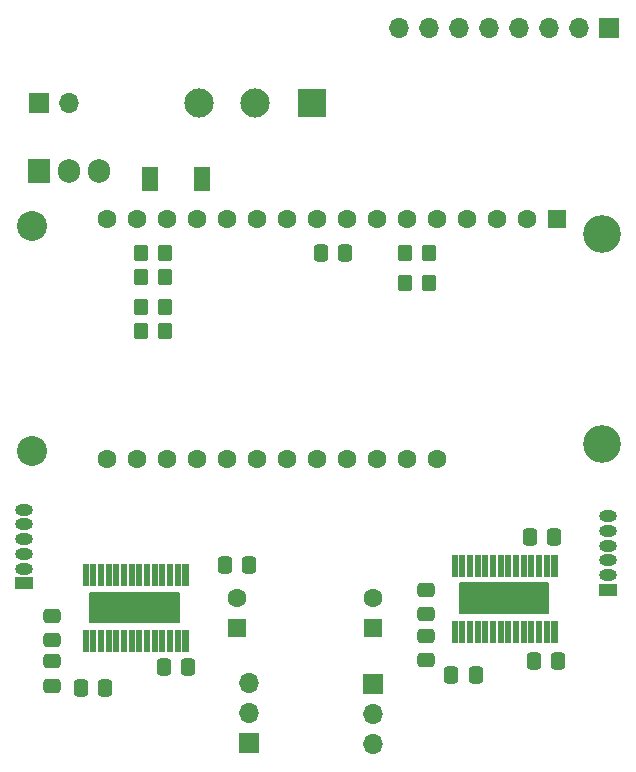
<source format=gbr>
%TF.GenerationSoftware,KiCad,Pcbnew,7.0.1*%
%TF.CreationDate,2023-04-02T16:12:04-04:00*%
%TF.ProjectId,board_v2,626f6172-645f-4763-922e-6b696361645f,rev?*%
%TF.SameCoordinates,Original*%
%TF.FileFunction,Soldermask,Top*%
%TF.FilePolarity,Negative*%
%FSLAX46Y46*%
G04 Gerber Fmt 4.6, Leading zero omitted, Abs format (unit mm)*
G04 Created by KiCad (PCBNEW 7.0.1) date 2023-04-02 16:12:04*
%MOMM*%
%LPD*%
G01*
G04 APERTURE LIST*
G04 Aperture macros list*
%AMRoundRect*
0 Rectangle with rounded corners*
0 $1 Rounding radius*
0 $2 $3 $4 $5 $6 $7 $8 $9 X,Y pos of 4 corners*
0 Add a 4 corners polygon primitive as box body*
4,1,4,$2,$3,$4,$5,$6,$7,$8,$9,$2,$3,0*
0 Add four circle primitives for the rounded corners*
1,1,$1+$1,$2,$3*
1,1,$1+$1,$4,$5*
1,1,$1+$1,$6,$7*
1,1,$1+$1,$8,$9*
0 Add four rect primitives between the rounded corners*
20,1,$1+$1,$2,$3,$4,$5,0*
20,1,$1+$1,$4,$5,$6,$7,0*
20,1,$1+$1,$6,$7,$8,$9,0*
20,1,$1+$1,$8,$9,$2,$3,0*%
G04 Aperture macros list end*
%ADD10C,0.150000*%
%ADD11C,0.010000*%
%ADD12RoundRect,0.250000X-0.337500X-0.475000X0.337500X-0.475000X0.337500X0.475000X-0.337500X0.475000X0*%
%ADD13R,1.600000X1.600000*%
%ADD14C,1.600000*%
%ADD15R,1.500000X1.000000*%
%ADD16O,1.500000X1.000000*%
%ADD17RoundRect,0.250000X0.350000X0.450000X-0.350000X0.450000X-0.350000X-0.450000X0.350000X-0.450000X0*%
%ADD18R,1.700000X1.700000*%
%ADD19O,1.700000X1.700000*%
%ADD20RoundRect,0.250000X0.337500X0.475000X-0.337500X0.475000X-0.337500X-0.475000X0.337500X-0.475000X0*%
%ADD21RoundRect,0.250000X-0.475000X0.337500X-0.475000X-0.337500X0.475000X-0.337500X0.475000X0.337500X0*%
%ADD22RoundRect,0.250000X-0.350000X-0.450000X0.350000X-0.450000X0.350000X0.450000X-0.350000X0.450000X0*%
%ADD23R,2.475000X2.475000*%
%ADD24C,2.475000*%
%ADD25R,1.400000X2.100000*%
%ADD26C,3.200000*%
%ADD27C,2.540000*%
%ADD28R,1.905000X2.000000*%
%ADD29O,1.905000X2.000000*%
G04 APERTURE END LIST*
D10*
X139755701Y-109226756D02*
X147265301Y-109226756D01*
X147265301Y-111704387D01*
X139755701Y-111704387D01*
X139755701Y-109226756D01*
G36*
X139755701Y-109226756D02*
G01*
X147265301Y-109226756D01*
X147265301Y-111704387D01*
X139755701Y-111704387D01*
X139755701Y-109226756D01*
G37*
X108467448Y-110011084D02*
X115977048Y-110011084D01*
X115977048Y-112488715D01*
X108467448Y-112488715D01*
X108467448Y-110011084D01*
G36*
X108467448Y-110011084D02*
G01*
X115977048Y-110011084D01*
X115977048Y-112488715D01*
X108467448Y-112488715D01*
X108467448Y-110011084D01*
G37*
%TO.C,U5*%
D11*
X113463000Y-109322000D02*
X113023000Y-109322000D01*
X113023000Y-107582000D01*
X113463000Y-107582000D01*
X113463000Y-109322000D01*
G36*
X113463000Y-109322000D02*
G01*
X113023000Y-109322000D01*
X113023000Y-107582000D01*
X113463000Y-107582000D01*
X113463000Y-109322000D01*
G37*
X108263000Y-114922000D02*
X107823000Y-114922000D01*
X107823000Y-113182000D01*
X108263000Y-113182000D01*
X108263000Y-114922000D01*
G36*
X108263000Y-114922000D02*
G01*
X107823000Y-114922000D01*
X107823000Y-113182000D01*
X108263000Y-113182000D01*
X108263000Y-114922000D01*
G37*
X108913000Y-109322000D02*
X108473000Y-109322000D01*
X108473000Y-107582000D01*
X108913000Y-107582000D01*
X108913000Y-109322000D01*
G36*
X108913000Y-109322000D02*
G01*
X108473000Y-109322000D01*
X108473000Y-107582000D01*
X108913000Y-107582000D01*
X108913000Y-109322000D01*
G37*
X112813000Y-109322000D02*
X112373000Y-109322000D01*
X112373000Y-107582000D01*
X112813000Y-107582000D01*
X112813000Y-109322000D01*
G36*
X112813000Y-109322000D02*
G01*
X112373000Y-109322000D01*
X112373000Y-107582000D01*
X112813000Y-107582000D01*
X112813000Y-109322000D01*
G37*
X110213000Y-109322000D02*
X109773000Y-109322000D01*
X109773000Y-107582000D01*
X110213000Y-107582000D01*
X110213000Y-109322000D01*
G36*
X110213000Y-109322000D02*
G01*
X109773000Y-109322000D01*
X109773000Y-107582000D01*
X110213000Y-107582000D01*
X110213000Y-109322000D01*
G37*
X114113000Y-109322000D02*
X113673000Y-109322000D01*
X113673000Y-107582000D01*
X114113000Y-107582000D01*
X114113000Y-109322000D01*
G36*
X114113000Y-109322000D02*
G01*
X113673000Y-109322000D01*
X113673000Y-107582000D01*
X114113000Y-107582000D01*
X114113000Y-109322000D01*
G37*
X110863000Y-114922000D02*
X110423000Y-114922000D01*
X110423000Y-113182000D01*
X110863000Y-113182000D01*
X110863000Y-114922000D01*
G36*
X110863000Y-114922000D02*
G01*
X110423000Y-114922000D01*
X110423000Y-113182000D01*
X110863000Y-113182000D01*
X110863000Y-114922000D01*
G37*
X110213000Y-114922000D02*
X109773000Y-114922000D01*
X109773000Y-113182000D01*
X110213000Y-113182000D01*
X110213000Y-114922000D01*
G36*
X110213000Y-114922000D02*
G01*
X109773000Y-114922000D01*
X109773000Y-113182000D01*
X110213000Y-113182000D01*
X110213000Y-114922000D01*
G37*
X116713000Y-109322000D02*
X116273000Y-109322000D01*
X116273000Y-107582000D01*
X116713000Y-107582000D01*
X116713000Y-109322000D01*
G36*
X116713000Y-109322000D02*
G01*
X116273000Y-109322000D01*
X116273000Y-107582000D01*
X116713000Y-107582000D01*
X116713000Y-109322000D01*
G37*
X109563000Y-109322000D02*
X109123000Y-109322000D01*
X109123000Y-107582000D01*
X109563000Y-107582000D01*
X109563000Y-109322000D01*
G36*
X109563000Y-109322000D02*
G01*
X109123000Y-109322000D01*
X109123000Y-107582000D01*
X109563000Y-107582000D01*
X109563000Y-109322000D01*
G37*
X112163000Y-109322000D02*
X111723000Y-109322000D01*
X111723000Y-107582000D01*
X112163000Y-107582000D01*
X112163000Y-109322000D01*
G36*
X112163000Y-109322000D02*
G01*
X111723000Y-109322000D01*
X111723000Y-107582000D01*
X112163000Y-107582000D01*
X112163000Y-109322000D01*
G37*
X115413000Y-109322000D02*
X114973000Y-109322000D01*
X114973000Y-107582000D01*
X115413000Y-107582000D01*
X115413000Y-109322000D01*
G36*
X115413000Y-109322000D02*
G01*
X114973000Y-109322000D01*
X114973000Y-107582000D01*
X115413000Y-107582000D01*
X115413000Y-109322000D01*
G37*
X111513000Y-109322000D02*
X111073000Y-109322000D01*
X111073000Y-107582000D01*
X111513000Y-107582000D01*
X111513000Y-109322000D01*
G36*
X111513000Y-109322000D02*
G01*
X111073000Y-109322000D01*
X111073000Y-107582000D01*
X111513000Y-107582000D01*
X111513000Y-109322000D01*
G37*
X116713000Y-114922000D02*
X116273000Y-114922000D01*
X116273000Y-113182000D01*
X116713000Y-113182000D01*
X116713000Y-114922000D01*
G36*
X116713000Y-114922000D02*
G01*
X116273000Y-114922000D01*
X116273000Y-113182000D01*
X116713000Y-113182000D01*
X116713000Y-114922000D01*
G37*
X113463000Y-114922000D02*
X113023000Y-114922000D01*
X113023000Y-113182000D01*
X113463000Y-113182000D01*
X113463000Y-114922000D01*
G36*
X113463000Y-114922000D02*
G01*
X113023000Y-114922000D01*
X113023000Y-113182000D01*
X113463000Y-113182000D01*
X113463000Y-114922000D01*
G37*
X114763000Y-109322000D02*
X114323000Y-109322000D01*
X114323000Y-107582000D01*
X114763000Y-107582000D01*
X114763000Y-109322000D01*
G36*
X114763000Y-109322000D02*
G01*
X114323000Y-109322000D01*
X114323000Y-107582000D01*
X114763000Y-107582000D01*
X114763000Y-109322000D01*
G37*
X110863000Y-109322000D02*
X110423000Y-109322000D01*
X110423000Y-107582000D01*
X110863000Y-107582000D01*
X110863000Y-109322000D01*
G36*
X110863000Y-109322000D02*
G01*
X110423000Y-109322000D01*
X110423000Y-107582000D01*
X110863000Y-107582000D01*
X110863000Y-109322000D01*
G37*
X114113000Y-114922000D02*
X113673000Y-114922000D01*
X113673000Y-113182000D01*
X114113000Y-113182000D01*
X114113000Y-114922000D01*
G36*
X114113000Y-114922000D02*
G01*
X113673000Y-114922000D01*
X113673000Y-113182000D01*
X114113000Y-113182000D01*
X114113000Y-114922000D01*
G37*
X112813000Y-114922000D02*
X112373000Y-114922000D01*
X112373000Y-113182000D01*
X112813000Y-113182000D01*
X112813000Y-114922000D01*
G36*
X112813000Y-114922000D02*
G01*
X112373000Y-114922000D01*
X112373000Y-113182000D01*
X112813000Y-113182000D01*
X112813000Y-114922000D01*
G37*
X109563000Y-114922000D02*
X109123000Y-114922000D01*
X109123000Y-113182000D01*
X109563000Y-113182000D01*
X109563000Y-114922000D01*
G36*
X109563000Y-114922000D02*
G01*
X109123000Y-114922000D01*
X109123000Y-113182000D01*
X109563000Y-113182000D01*
X109563000Y-114922000D01*
G37*
X108913000Y-114922000D02*
X108473000Y-114922000D01*
X108473000Y-113182000D01*
X108913000Y-113182000D01*
X108913000Y-114922000D01*
G36*
X108913000Y-114922000D02*
G01*
X108473000Y-114922000D01*
X108473000Y-113182000D01*
X108913000Y-113182000D01*
X108913000Y-114922000D01*
G37*
X108263000Y-109322000D02*
X107823000Y-109322000D01*
X107823000Y-107582000D01*
X108263000Y-107582000D01*
X108263000Y-109322000D01*
G36*
X108263000Y-109322000D02*
G01*
X107823000Y-109322000D01*
X107823000Y-107582000D01*
X108263000Y-107582000D01*
X108263000Y-109322000D01*
G37*
X111513000Y-114922000D02*
X111073000Y-114922000D01*
X111073000Y-113182000D01*
X111513000Y-113182000D01*
X111513000Y-114922000D01*
G36*
X111513000Y-114922000D02*
G01*
X111073000Y-114922000D01*
X111073000Y-113182000D01*
X111513000Y-113182000D01*
X111513000Y-114922000D01*
G37*
X115413000Y-114922000D02*
X114973000Y-114922000D01*
X114973000Y-113182000D01*
X115413000Y-113182000D01*
X115413000Y-114922000D01*
G36*
X115413000Y-114922000D02*
G01*
X114973000Y-114922000D01*
X114973000Y-113182000D01*
X115413000Y-113182000D01*
X115413000Y-114922000D01*
G37*
X116063000Y-109322000D02*
X115623000Y-109322000D01*
X115623000Y-107582000D01*
X116063000Y-107582000D01*
X116063000Y-109322000D01*
G36*
X116063000Y-109322000D02*
G01*
X115623000Y-109322000D01*
X115623000Y-107582000D01*
X116063000Y-107582000D01*
X116063000Y-109322000D01*
G37*
X116063000Y-114922000D02*
X115623000Y-114922000D01*
X115623000Y-113182000D01*
X116063000Y-113182000D01*
X116063000Y-114922000D01*
G36*
X116063000Y-114922000D02*
G01*
X115623000Y-114922000D01*
X115623000Y-113182000D01*
X116063000Y-113182000D01*
X116063000Y-114922000D01*
G37*
X114763000Y-114922000D02*
X114323000Y-114922000D01*
X114323000Y-113182000D01*
X114763000Y-113182000D01*
X114763000Y-114922000D01*
G36*
X114763000Y-114922000D02*
G01*
X114323000Y-114922000D01*
X114323000Y-113182000D01*
X114763000Y-113182000D01*
X114763000Y-114922000D01*
G37*
X112163000Y-114922000D02*
X111723000Y-114922000D01*
X111723000Y-113182000D01*
X112163000Y-113182000D01*
X112163000Y-114922000D01*
G36*
X112163000Y-114922000D02*
G01*
X111723000Y-114922000D01*
X111723000Y-113182000D01*
X112163000Y-113182000D01*
X112163000Y-114922000D01*
G37*
%TO.C,U3*%
X146655000Y-108560000D02*
X146215000Y-108560000D01*
X146215000Y-106820000D01*
X146655000Y-106820000D01*
X146655000Y-108560000D01*
G36*
X146655000Y-108560000D02*
G01*
X146215000Y-108560000D01*
X146215000Y-106820000D01*
X146655000Y-106820000D01*
X146655000Y-108560000D01*
G37*
X139505000Y-108560000D02*
X139065000Y-108560000D01*
X139065000Y-106820000D01*
X139505000Y-106820000D01*
X139505000Y-108560000D01*
G36*
X139505000Y-108560000D02*
G01*
X139065000Y-108560000D01*
X139065000Y-106820000D01*
X139505000Y-106820000D01*
X139505000Y-108560000D01*
G37*
X147305000Y-108560000D02*
X146865000Y-108560000D01*
X146865000Y-106820000D01*
X147305000Y-106820000D01*
X147305000Y-108560000D01*
G36*
X147305000Y-108560000D02*
G01*
X146865000Y-108560000D01*
X146865000Y-106820000D01*
X147305000Y-106820000D01*
X147305000Y-108560000D01*
G37*
X145355000Y-114160000D02*
X144915000Y-114160000D01*
X144915000Y-112420000D01*
X145355000Y-112420000D01*
X145355000Y-114160000D01*
G36*
X145355000Y-114160000D02*
G01*
X144915000Y-114160000D01*
X144915000Y-112420000D01*
X145355000Y-112420000D01*
X145355000Y-114160000D01*
G37*
X140805000Y-114160000D02*
X140365000Y-114160000D01*
X140365000Y-112420000D01*
X140805000Y-112420000D01*
X140805000Y-114160000D01*
G36*
X140805000Y-114160000D02*
G01*
X140365000Y-114160000D01*
X140365000Y-112420000D01*
X140805000Y-112420000D01*
X140805000Y-114160000D01*
G37*
X140805000Y-108560000D02*
X140365000Y-108560000D01*
X140365000Y-106820000D01*
X140805000Y-106820000D01*
X140805000Y-108560000D01*
G36*
X140805000Y-108560000D02*
G01*
X140365000Y-108560000D01*
X140365000Y-106820000D01*
X140805000Y-106820000D01*
X140805000Y-108560000D01*
G37*
X142755000Y-114160000D02*
X142315000Y-114160000D01*
X142315000Y-112420000D01*
X142755000Y-112420000D01*
X142755000Y-114160000D01*
G36*
X142755000Y-114160000D02*
G01*
X142315000Y-114160000D01*
X142315000Y-112420000D01*
X142755000Y-112420000D01*
X142755000Y-114160000D01*
G37*
X147955000Y-114160000D02*
X147515000Y-114160000D01*
X147515000Y-112420000D01*
X147955000Y-112420000D01*
X147955000Y-114160000D01*
G36*
X147955000Y-114160000D02*
G01*
X147515000Y-114160000D01*
X147515000Y-112420000D01*
X147955000Y-112420000D01*
X147955000Y-114160000D01*
G37*
X147305000Y-114160000D02*
X146865000Y-114160000D01*
X146865000Y-112420000D01*
X147305000Y-112420000D01*
X147305000Y-114160000D01*
G36*
X147305000Y-114160000D02*
G01*
X146865000Y-114160000D01*
X146865000Y-112420000D01*
X147305000Y-112420000D01*
X147305000Y-114160000D01*
G37*
X142105000Y-108560000D02*
X141665000Y-108560000D01*
X141665000Y-106820000D01*
X142105000Y-106820000D01*
X142105000Y-108560000D01*
G36*
X142105000Y-108560000D02*
G01*
X141665000Y-108560000D01*
X141665000Y-106820000D01*
X142105000Y-106820000D01*
X142105000Y-108560000D01*
G37*
X143405000Y-114160000D02*
X142965000Y-114160000D01*
X142965000Y-112420000D01*
X143405000Y-112420000D01*
X143405000Y-114160000D01*
G36*
X143405000Y-114160000D02*
G01*
X142965000Y-114160000D01*
X142965000Y-112420000D01*
X143405000Y-112420000D01*
X143405000Y-114160000D01*
G37*
X143405000Y-108560000D02*
X142965000Y-108560000D01*
X142965000Y-106820000D01*
X143405000Y-106820000D01*
X143405000Y-108560000D01*
G36*
X143405000Y-108560000D02*
G01*
X142965000Y-108560000D01*
X142965000Y-106820000D01*
X143405000Y-106820000D01*
X143405000Y-108560000D01*
G37*
X141455000Y-114160000D02*
X141015000Y-114160000D01*
X141015000Y-112420000D01*
X141455000Y-112420000D01*
X141455000Y-114160000D01*
G36*
X141455000Y-114160000D02*
G01*
X141015000Y-114160000D01*
X141015000Y-112420000D01*
X141455000Y-112420000D01*
X141455000Y-114160000D01*
G37*
X141455000Y-108560000D02*
X141015000Y-108560000D01*
X141015000Y-106820000D01*
X141455000Y-106820000D01*
X141455000Y-108560000D01*
G36*
X141455000Y-108560000D02*
G01*
X141015000Y-108560000D01*
X141015000Y-106820000D01*
X141455000Y-106820000D01*
X141455000Y-108560000D01*
G37*
X145355000Y-108560000D02*
X144915000Y-108560000D01*
X144915000Y-106820000D01*
X145355000Y-106820000D01*
X145355000Y-108560000D01*
G36*
X145355000Y-108560000D02*
G01*
X144915000Y-108560000D01*
X144915000Y-106820000D01*
X145355000Y-106820000D01*
X145355000Y-108560000D01*
G37*
X139505000Y-114160000D02*
X139065000Y-114160000D01*
X139065000Y-112420000D01*
X139505000Y-112420000D01*
X139505000Y-114160000D01*
G36*
X139505000Y-114160000D02*
G01*
X139065000Y-114160000D01*
X139065000Y-112420000D01*
X139505000Y-112420000D01*
X139505000Y-114160000D01*
G37*
X147955000Y-108560000D02*
X147515000Y-108560000D01*
X147515000Y-106820000D01*
X147955000Y-106820000D01*
X147955000Y-108560000D01*
G36*
X147955000Y-108560000D02*
G01*
X147515000Y-108560000D01*
X147515000Y-106820000D01*
X147955000Y-106820000D01*
X147955000Y-108560000D01*
G37*
X144705000Y-108560000D02*
X144265000Y-108560000D01*
X144265000Y-106820000D01*
X144705000Y-106820000D01*
X144705000Y-108560000D01*
G36*
X144705000Y-108560000D02*
G01*
X144265000Y-108560000D01*
X144265000Y-106820000D01*
X144705000Y-106820000D01*
X144705000Y-108560000D01*
G37*
X144705000Y-114160000D02*
X144265000Y-114160000D01*
X144265000Y-112420000D01*
X144705000Y-112420000D01*
X144705000Y-114160000D01*
G36*
X144705000Y-114160000D02*
G01*
X144265000Y-114160000D01*
X144265000Y-112420000D01*
X144705000Y-112420000D01*
X144705000Y-114160000D01*
G37*
X140155000Y-114160000D02*
X139715000Y-114160000D01*
X139715000Y-112420000D01*
X140155000Y-112420000D01*
X140155000Y-114160000D01*
G36*
X140155000Y-114160000D02*
G01*
X139715000Y-114160000D01*
X139715000Y-112420000D01*
X140155000Y-112420000D01*
X140155000Y-114160000D01*
G37*
X142755000Y-108560000D02*
X142315000Y-108560000D01*
X142315000Y-106820000D01*
X142755000Y-106820000D01*
X142755000Y-108560000D01*
G36*
X142755000Y-108560000D02*
G01*
X142315000Y-108560000D01*
X142315000Y-106820000D01*
X142755000Y-106820000D01*
X142755000Y-108560000D01*
G37*
X140155000Y-108560000D02*
X139715000Y-108560000D01*
X139715000Y-106820000D01*
X140155000Y-106820000D01*
X140155000Y-108560000D01*
G36*
X140155000Y-108560000D02*
G01*
X139715000Y-108560000D01*
X139715000Y-106820000D01*
X140155000Y-106820000D01*
X140155000Y-108560000D01*
G37*
X146005000Y-108560000D02*
X145565000Y-108560000D01*
X145565000Y-106820000D01*
X146005000Y-106820000D01*
X146005000Y-108560000D01*
G36*
X146005000Y-108560000D02*
G01*
X145565000Y-108560000D01*
X145565000Y-106820000D01*
X146005000Y-106820000D01*
X146005000Y-108560000D01*
G37*
X146655000Y-114160000D02*
X146215000Y-114160000D01*
X146215000Y-112420000D01*
X146655000Y-112420000D01*
X146655000Y-114160000D01*
G36*
X146655000Y-114160000D02*
G01*
X146215000Y-114160000D01*
X146215000Y-112420000D01*
X146655000Y-112420000D01*
X146655000Y-114160000D01*
G37*
X146005000Y-114160000D02*
X145565000Y-114160000D01*
X145565000Y-112420000D01*
X146005000Y-112420000D01*
X146005000Y-114160000D01*
G36*
X146005000Y-114160000D02*
G01*
X145565000Y-114160000D01*
X145565000Y-112420000D01*
X146005000Y-112420000D01*
X146005000Y-114160000D01*
G37*
X144055000Y-108560000D02*
X143615000Y-108560000D01*
X143615000Y-106820000D01*
X144055000Y-106820000D01*
X144055000Y-108560000D01*
G36*
X144055000Y-108560000D02*
G01*
X143615000Y-108560000D01*
X143615000Y-106820000D01*
X144055000Y-106820000D01*
X144055000Y-108560000D01*
G37*
X142105000Y-114160000D02*
X141665000Y-114160000D01*
X141665000Y-112420000D01*
X142105000Y-112420000D01*
X142105000Y-114160000D01*
G36*
X142105000Y-114160000D02*
G01*
X141665000Y-114160000D01*
X141665000Y-112420000D01*
X142105000Y-112420000D01*
X142105000Y-114160000D01*
G37*
X144055000Y-114160000D02*
X143615000Y-114160000D01*
X143615000Y-112420000D01*
X144055000Y-112420000D01*
X144055000Y-114160000D01*
G36*
X144055000Y-114160000D02*
G01*
X143615000Y-114160000D01*
X143615000Y-112420000D01*
X144055000Y-112420000D01*
X144055000Y-114160000D01*
G37*
%TD*%
D12*
%TO.C,C5*%
X145698330Y-105332110D03*
X147773330Y-105332110D03*
%TD*%
D13*
%TO.C,C12*%
X132459504Y-112965113D03*
D14*
X132459504Y-110465113D03*
%TD*%
D12*
%TO.C,C9*%
X107674500Y-118110000D03*
X109749500Y-118110000D03*
%TD*%
D15*
%TO.C,J2*%
X102870000Y-109220000D03*
D16*
X102870000Y-107970000D03*
X102870000Y-106720000D03*
X102870000Y-105470000D03*
X102870000Y-104220000D03*
X102870000Y-102970000D03*
%TD*%
D17*
%TO.C,R1*%
X137160000Y-83820000D03*
X135160000Y-83820000D03*
%TD*%
D18*
%TO.C,U2*%
X152400000Y-62230000D03*
D19*
X149860000Y-62230000D03*
X147320000Y-62230000D03*
X144780000Y-62230000D03*
X142240000Y-62230000D03*
X139700000Y-62230000D03*
X137160000Y-62230000D03*
X134620000Y-62230000D03*
%TD*%
D12*
%TO.C,C2*%
X139043500Y-116967000D03*
X141118500Y-116967000D03*
%TD*%
D13*
%TO.C,C6*%
X120904000Y-112965113D03*
D14*
X120904000Y-110465113D03*
%TD*%
D20*
%TO.C,C3*%
X148103500Y-115773200D03*
X146028500Y-115773200D03*
%TD*%
D18*
%TO.C,J1*%
X104140000Y-68580000D03*
D19*
X106680000Y-68580000D03*
%TD*%
D21*
%TO.C,C10*%
X105257600Y-115802500D03*
X105257600Y-117877500D03*
%TD*%
D18*
%TO.C,J4*%
X132399215Y-117700478D03*
D19*
X132399215Y-120240478D03*
X132399215Y-122780478D03*
%TD*%
D17*
%TO.C,R2*%
X137160000Y-81280000D03*
X135160000Y-81280000D03*
%TD*%
D20*
%TO.C,C8*%
X116759900Y-116281200D03*
X114684900Y-116281200D03*
%TD*%
D15*
%TO.C,J3*%
X152352665Y-109773443D03*
D16*
X152352665Y-108523443D03*
X152352665Y-107273443D03*
X152352665Y-106023443D03*
X152352665Y-104773443D03*
X152352665Y-103523443D03*
%TD*%
D21*
%TO.C,C7*%
X105257600Y-111941700D03*
X105257600Y-114016700D03*
%TD*%
D22*
%TO.C,R3*%
X112792000Y-85852000D03*
X114792000Y-85852000D03*
%TD*%
D18*
%TO.C,J6*%
X121920000Y-122738408D03*
D19*
X121920000Y-120198408D03*
X121920000Y-117658408D03*
%TD*%
D23*
%TO.C,SW1*%
X127215471Y-68548518D03*
D24*
X122465471Y-68548518D03*
X117715471Y-68548518D03*
%TD*%
D25*
%TO.C,D1*%
X113576732Y-75003589D03*
X117976732Y-75003589D03*
%TD*%
D20*
%TO.C,C13*%
X130069500Y-81280000D03*
X127994500Y-81280000D03*
%TD*%
D17*
%TO.C,R4*%
X114792000Y-87884000D03*
X112792000Y-87884000D03*
%TD*%
D22*
%TO.C,R5*%
X114792000Y-81280000D03*
X112792000Y-81280000D03*
%TD*%
D12*
%TO.C,C11*%
X119866500Y-107696000D03*
X121941500Y-107696000D03*
%TD*%
D26*
%TO.C,A1*%
X151823508Y-97393477D03*
X151823508Y-79613477D03*
D27*
X103563508Y-98028477D03*
X103563508Y-78978477D03*
D13*
X148013508Y-78343477D03*
D14*
X145473508Y-78343477D03*
X142933508Y-78343477D03*
X140393508Y-78343477D03*
X137853508Y-78343477D03*
X135313508Y-78343477D03*
X132773508Y-78343477D03*
X130233508Y-78343477D03*
X127693508Y-78343477D03*
X125153508Y-78343477D03*
X122613508Y-78343477D03*
X120073508Y-78343477D03*
X117533508Y-78343477D03*
X114993508Y-78343477D03*
X112453508Y-78343477D03*
X109913508Y-78343477D03*
X109913508Y-98663477D03*
X112453508Y-98663477D03*
X114993508Y-98663477D03*
X117533508Y-98663477D03*
X120073508Y-98663477D03*
X122613508Y-98663477D03*
X125153508Y-98663477D03*
X127693508Y-98663477D03*
X130233508Y-98663477D03*
X132773508Y-98663477D03*
X135313508Y-98663477D03*
X137853508Y-98663477D03*
%TD*%
D21*
%TO.C,C1*%
X136906000Y-109757300D03*
X136906000Y-111832300D03*
%TD*%
%TO.C,C4*%
X136906000Y-113643500D03*
X136906000Y-115718500D03*
%TD*%
D22*
%TO.C,R6*%
X112792000Y-83312000D03*
X114792000Y-83312000D03*
%TD*%
D28*
%TO.C,U1*%
X104140000Y-74295000D03*
D29*
X106680000Y-74295000D03*
X109220000Y-74295000D03*
%TD*%
M02*

</source>
